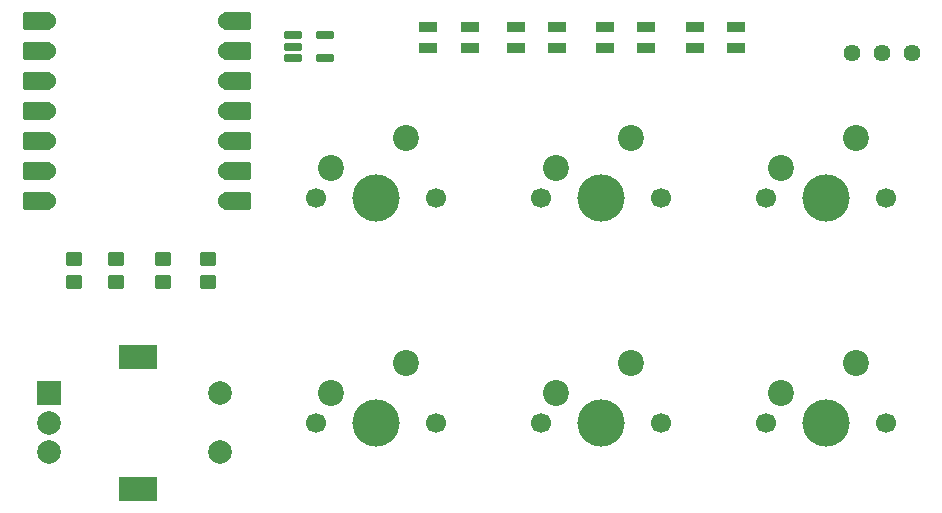
<source format=gbr>
%TF.GenerationSoftware,KiCad,Pcbnew,9.0.2*%
%TF.CreationDate,2025-06-27T12:13:14-04:00*%
%TF.ProjectId,hackpad,6861636b-7061-4642-9e6b-696361645f70,rev?*%
%TF.SameCoordinates,Original*%
%TF.FileFunction,Soldermask,Top*%
%TF.FilePolarity,Negative*%
%FSLAX46Y46*%
G04 Gerber Fmt 4.6, Leading zero omitted, Abs format (unit mm)*
G04 Created by KiCad (PCBNEW 9.0.2) date 2025-06-27 12:13:14*
%MOMM*%
%LPD*%
G01*
G04 APERTURE LIST*
G04 Aperture macros list*
%AMRoundRect*
0 Rectangle with rounded corners*
0 $1 Rounding radius*
0 $2 $3 $4 $5 $6 $7 $8 $9 X,Y pos of 4 corners*
0 Add a 4 corners polygon primitive as box body*
4,1,4,$2,$3,$4,$5,$6,$7,$8,$9,$2,$3,0*
0 Add four circle primitives for the rounded corners*
1,1,$1+$1,$2,$3*
1,1,$1+$1,$4,$5*
1,1,$1+$1,$6,$7*
1,1,$1+$1,$8,$9*
0 Add four rect primitives between the rounded corners*
20,1,$1+$1,$2,$3,$4,$5,0*
20,1,$1+$1,$4,$5,$6,$7,0*
20,1,$1+$1,$6,$7,$8,$9,0*
20,1,$1+$1,$8,$9,$2,$3,0*%
G04 Aperture macros list end*
%ADD10C,2.000000*%
%ADD11R,3.200000X2.000000*%
%ADD12R,2.000000X2.000000*%
%ADD13RoundRect,0.250000X-0.450000X0.350000X-0.450000X-0.350000X0.450000X-0.350000X0.450000X0.350000X0*%
%ADD14C,2.200000*%
%ADD15C,1.700000*%
%ADD16C,4.000000*%
%ADD17R,1.600000X0.850000*%
%ADD18RoundRect,0.152400X-1.063600X-0.609600X1.063600X-0.609600X1.063600X0.609600X-1.063600X0.609600X0*%
%ADD19C,1.524000*%
%ADD20RoundRect,0.152400X1.063600X0.609600X-1.063600X0.609600X-1.063600X-0.609600X1.063600X-0.609600X0*%
%ADD21RoundRect,0.162500X-0.617500X-0.162500X0.617500X-0.162500X0.617500X0.162500X-0.617500X0.162500X0*%
%ADD22C,1.440000*%
G04 APERTURE END LIST*
D10*
%TO.C,SW7*%
X98750000Y-80843750D03*
X98750000Y-85843750D03*
D11*
X91750000Y-88943750D03*
X91750000Y-77743750D03*
D10*
X84250000Y-83343750D03*
X84250000Y-85843750D03*
D12*
X84250000Y-80843750D03*
%TD*%
D13*
%TO.C,R3*%
X89950000Y-69450000D03*
X89950000Y-71450000D03*
%TD*%
%TO.C,R4*%
X86350000Y-71450000D03*
X86350000Y-69450000D03*
%TD*%
%TO.C,R1*%
X97725000Y-69450000D03*
X97725000Y-71450000D03*
%TD*%
D14*
%TO.C,SW3*%
X127158750Y-61753750D03*
X133508750Y-59213750D03*
D15*
X136048750Y-64293750D03*
D16*
X130968750Y-64293750D03*
D15*
X125888750Y-64293750D03*
%TD*%
D17*
%TO.C,D2*%
X119875000Y-49825000D03*
X119875000Y-51575000D03*
X116375000Y-51575000D03*
X116375000Y-49825000D03*
%TD*%
%TO.C,D1*%
X127265000Y-49825000D03*
X127265000Y-51575000D03*
X123765000Y-51575000D03*
X123765000Y-49825000D03*
%TD*%
%TO.C,D3*%
X134835000Y-49825000D03*
X134835000Y-51575000D03*
X131335000Y-51575000D03*
X131335000Y-49825000D03*
%TD*%
%TO.C,D4*%
X138905000Y-49825000D03*
X138905000Y-51575000D03*
X142405000Y-51575000D03*
X142405000Y-49825000D03*
%TD*%
D18*
%TO.C,U1*%
X100130000Y-49323500D03*
D19*
X99295000Y-49323500D03*
D18*
X100130000Y-51863500D03*
D19*
X99295000Y-51863500D03*
D18*
X100130000Y-54403500D03*
D19*
X99295000Y-54403500D03*
D18*
X100130000Y-56943500D03*
D19*
X99295000Y-56943500D03*
D18*
X100130000Y-59483500D03*
D19*
X99295000Y-59483500D03*
D18*
X100130000Y-62023500D03*
D19*
X99295000Y-62023500D03*
D18*
X100130000Y-64563500D03*
D19*
X99295000Y-64563500D03*
X84055000Y-64563500D03*
D20*
X83220000Y-64563500D03*
D19*
X84055000Y-62023500D03*
D20*
X83220000Y-62023500D03*
D19*
X84055000Y-59483500D03*
D20*
X83220000Y-59483500D03*
D19*
X84055000Y-56943500D03*
D20*
X83220000Y-56943500D03*
D19*
X84055000Y-54403500D03*
D20*
X83220000Y-54403500D03*
D19*
X84055000Y-51863500D03*
D20*
X83220000Y-51863500D03*
D19*
X84055000Y-49323500D03*
D20*
X83220000Y-49323500D03*
%TD*%
D13*
%TO.C,R2*%
X93875000Y-71450000D03*
X93875000Y-69450000D03*
%TD*%
D14*
%TO.C,SW2*%
X108108750Y-80803750D03*
X114458750Y-78263750D03*
D15*
X116998750Y-83343750D03*
D16*
X111918750Y-83343750D03*
D15*
X106838750Y-83343750D03*
%TD*%
%TO.C,SW1*%
X106838750Y-64293750D03*
D16*
X111918750Y-64293750D03*
D15*
X116998750Y-64293750D03*
D14*
X114458750Y-59213750D03*
X108108750Y-61753750D03*
%TD*%
D21*
%TO.C,U2*%
X104900000Y-50550000D03*
X104900000Y-51500000D03*
X104900000Y-52450000D03*
X107600000Y-52450000D03*
X107600000Y-50550000D03*
%TD*%
D15*
%TO.C,SW6*%
X144938750Y-83343750D03*
D16*
X150018750Y-83343750D03*
D15*
X155098750Y-83343750D03*
D14*
X152558750Y-78263750D03*
X146208750Y-80803750D03*
%TD*%
D15*
%TO.C,SW5*%
X144938750Y-64293750D03*
D16*
X150018750Y-64293750D03*
D15*
X155098750Y-64293750D03*
D14*
X152558750Y-59213750D03*
X146208750Y-61753750D03*
%TD*%
D15*
%TO.C,SW4*%
X125888750Y-83343750D03*
D16*
X130968750Y-83343750D03*
D15*
X136048750Y-83343750D03*
D14*
X133508750Y-78263750D03*
X127158750Y-80803750D03*
%TD*%
D22*
%TO.C,RV1*%
X157290000Y-51995000D03*
X154750000Y-51995000D03*
X152210000Y-51995000D03*
%TD*%
M02*

</source>
